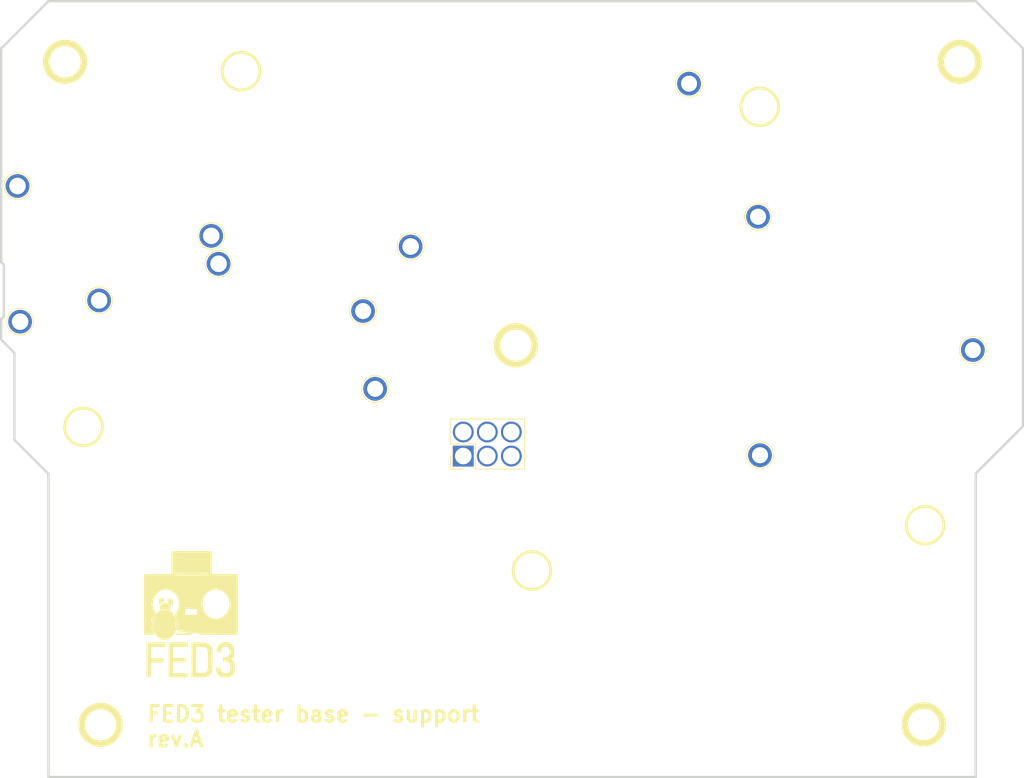
<source format=kicad_pcb>
(kicad_pcb (version 20241229) (generator "pcbnew") (generator_version "9.0")
  (layers (0 "F.Cu" signal) (2 "B.Cu" signal) (13 "F.Paste" user) (15 "B.Paste" user) (5 "F.SilkS" user "F.Silkscreen") (7 "B.SilkS" user "B.Silkscreen") (1 "F.Mask" user) (3 "B.Mask" user) (25 "Edge.Cuts" user))
  (net 0 "")
  (net 1 "/main core/DUT stage/SWCLK")
  (net 2 "/main core/DUT stage/SWDIO")
  (net 3 "/main core/DUT stage/~{RESET}")
  (net 5 "+3V3")
  (net 6 "GND")
  (net 7 "/main core/DUT stage/VBattest")
  (net 8 "/main core/DUT stage/+3V3test")
  (net 9 "/main core/DUT stage/VUSBtest")
  (net 10 "/main core/DUT stage/VccRGB")
  (net 11 "Net-(R49-Pad2)")
  (net 12 "Net-(R50-Pad2)")
  (net 13 "/main core/LED_CHRG")
  (net 14 "/main core/LED_GREEN")
  (net 15 "/main core/RED_LED")
  (footprint "" (layer "F.Cu") (at 151.4011 69.45)
    (property "Reference" "" (at 0 0 0) (layer "F.SilkS") (effects (font (size 1.27 1.27))))
    (property "Value" "")
    (pad "" np_thru_hole circle (at 0 0 180) (size 2.95 2.95) (drill 2.95) (layers "*.Cu" "*.Mask"))
  )
  (footprint "" (layer "F.Cu") (at 177.2 44.2)
    (property "Reference" "" (at 0 0 0) (layer "F.SilkS") (effects (font (size 1.27 1.27))))
    (property "Value" "")
    (pad "" np_thru_hole circle (at 0 0 180) (size 2.95 2.95) (drill 2.95) (layers "*.Cu" "*.Mask"))
  )
  (footprint "FED3_PCBLib:Pin_D1.70mm" (layer "F.Cu") (at 136.5261 74.0464)
    (property "Reference" "TP6" (hide yes))
    (property "Value" "VccRGB" (hide yes))
    (fp_circle (center 0 0) (end 1.415097 0) (stroke (width 0.1)) (fill no) (layer "F.SilkS"))
    (pad "1" thru_hole circle (at 0 0) (size 2.5 2.5) (drill 1.7) (layers "*.Cu" "*.Mask") (net 10 "/main core/DUT stage/VccRGB"))
  )
  (footprint "" (layer "F.Cu") (at 105.7 78.05)
    (property "Reference" "" (at 0 0 0) (layer "F.SilkS") (effects (font (size 1.27 1.27))))
    (property "Value" "")
    (pad "" np_thru_hole circle (at 0 0 180) (size 2.95 2.95) (drill 2.95) (layers "*.Cu" "*.Mask"))
  )
  (footprint "" (layer "F.Cu") (at 194.5 109.55)
    (property "Reference" "" (at 0 0 0) (layer "F.SilkS") (effects (font (size 1.27 1.27))))
    (property "Value" "")
    (pad "" np_thru_hole circle (at 0 0 180) (size 2.95 2.95) (drill 2.95) (layers "*.Cu" "*.Mask"))
  )
  (footprint "" (layer "F.Cu") (at 153.1 93.25)
    (property "Reference" "" (at 0 0 0) (layer "F.SilkS") (effects (font (size 1.27 1.27))))
    (property "Value" "")
    (pad "" np_thru_hole circle (at 0 0 180) (size 2.95 2.95) (drill 2.95) (layers "*.Cu" "*.Mask"))
  )
  (footprint "FED3_PCBLib:Pin_D1.75mm" (layer "F.Cu") (at 119.2011 57.8714 90)
    (property "Reference" "TP3" (hide yes))
    (property "Value" "+3V3test" (hide yes))
    (fp_circle (center 0 0) (end 1.415097 0) (stroke (width 0.1)) (fill no) (layer "F.SilkS"))
    (pad "1" thru_hole circle (at 0 0 90) (size 2.5 2.5) (drill 1.75) (layers "*.Cu" "*.Mask") (net 8 "/main core/DUT stage/+3V3test"))
  )
  (footprint "FED3_PCBLib:Pin_D1.75mm" (layer "F.Cu") (at 119.9761 60.8214)
    (property "Reference" "TP11" (hide yes))
    (property "Value" "GND" (hide yes))
    (fp_circle (center 0 0) (end 1.415097 0) (stroke (width 0.1)) (fill no) (layer "F.SilkS"))
    (pad "1" thru_hole circle (at 0 0) (size 2.5 2.5) (drill 1.75) (layers "*.Cu" "*.Mask") (net 11 "Net-(R49-Pad2)"))
  )
  (footprint "" (layer "F.Cu") (at 194.65 88.45 90)
    (property "Reference" "" (at 0 0 90) (layer "F.SilkS") (effects (font (size 1.27 1.27))))
    (property "Value" "")
    (pad "" np_thru_hole circle (at 0 0 270) (size 2.95 2.95) (drill 2.95) (layers "*.Cu" "*.Mask"))
  )
  (footprint "FED3_PCBLib:Pin_D1.70mm" (layer "F.Cu") (at 135.2511 65.8214 -90)
    (property "Reference" "TP12" (hide yes))
    (property "Value" "GND" (hide yes))
    (fp_circle (center 0 0) (end 1.415097 0) (stroke (width 0.1)) (fill no) (layer "F.SilkS"))
    (pad "1" thru_hole circle (at 0 0 270) (size 2.5 2.5) (drill 1.7) (layers "*.Cu" "*.Mask") (net 14 "/main core/LED_GREEN"))
  )
  (footprint "" (layer "F.Cu") (at 122.35 40.45)
    (property "Reference" "" (at 0 0 0) (layer "F.SilkS") (effects (font (size 1.27 1.27))))
    (property "Value" "")
    (pad "" np_thru_hole circle (at 0 0 180) (size 2.95 2.95) (drill 2.95) (layers "*.Cu" "*.Mask"))
  )
  (footprint "FED3_PCBLib:Pin_D1.70mm" (layer "F.Cu") (at 199.7011 69.9464 90)
    (property "Reference" "TP7" (hide yes))
    (property "Value" "GND" (hide yes))
    (fp_circle (center 0 0) (end 1.415097 0) (stroke (width 0.1)) (fill no) (layer "F.SilkS"))
    (pad "1" thru_hole circle (at 0 0 90) (size 2.5 2.5) (drill 1.7) (layers "*.Cu" "*.Mask") (net 6 "GND"))
  )
  (footprint "FED3_PCBLib:Pin_D1.75mm" (layer "F.Cu") (at 98.7261 52.5964)
    (property "Reference" "TP10" (hide yes))
    (property "Value" "GND" (hide yes))
    (fp_circle (center 0 0) (end 1.415097 0) (stroke (width 0.1)) (fill no) (layer "F.SilkS"))
    (pad "1" thru_hole circle (at 0 0) (size 2.5 2.5) (drill 1.75) (layers "*.Cu" "*.Mask") (net 13 "/main core/LED_CHRG"))
  )
  (footprint "FED3_PCBLib:Pin_D1.70mm" (layer "F.Cu") (at 177.0011 55.8464)
    (property "Reference" "TP8" (hide yes))
    (property "Value" "GND" (hide yes))
    (fp_circle (center 0 0) (end 1.415097 0) (stroke (width 0.1)) (fill no) (layer "F.SilkS"))
    (pad "1" thru_hole circle (at 0 0) (size 2.5 2.5) (drill 1.7) (layers "*.Cu" "*.Mask") (net 6 "GND"))
  )
  (footprint "FED3_PCBLib:Pin_D1.75mm" (layer "F.Cu") (at 99.0011 66.9464)
    (property "Reference" "TP9" (hide yes))
    (property "Value" "GND" (hide yes))
    (fp_circle (center 0 0) (end 1.415097 0) (stroke (width 0.1)) (fill no) (layer "F.SilkS"))
    (pad "1" thru_hole circle (at 0 0) (size 2.5 2.5) (drill 1.75) (layers "*.Cu" "*.Mask") (net 12 "Net-(R50-Pad2)"))
  )
  (footprint "" (layer "F.Cu") (at 198.3 39.45)
    (property "Reference" "" (at 0 0 0) (layer "F.SilkS") (effects (font (size 1.27 1.27))))
    (property "Value" "")
    (pad "" np_thru_hole circle (at 0 0 180) (size 2.95 2.95) (drill 2.95) (layers "*.Cu" "*.Mask"))
  )
  (footprint "" (layer "F.Cu") (at 107.5 109.6)
    (property "Reference" "" (at 0 0 0) (layer "F.SilkS") (effects (font (size 1.27 1.27))))
    (property "Value" "")
    (pad "" np_thru_hole circle (at 0 0 180) (size 2.95 2.95) (drill 2.95) (layers "*.Cu" "*.Mask"))
  )
  (footprint "FED3_PCBLib:Pin_D1.75mm" (layer "F.Cu") (at 107.3511 64.6964 90)
    (property "Reference" "TP4" (hide yes))
    (property "Value" "VUSBtest" (hide yes))
    (fp_circle (center 0 0) (end 1.415097 0) (stroke (width 0.1)) (fill no) (layer "F.SilkS"))
    (pad "1" thru_hole circle (at 0 0 90) (size 2.5 2.5) (drill 1.75) (layers "*.Cu" "*.Mask") (net 9 "/main core/DUT stage/VUSBtest"))
  )
  (footprint "FED3_PCBLib:Pin_D1.70mm" (layer "F.Cu") (at 177.2011 81.0714)
    (property "Reference" "TP2" (hide yes))
    (property "Value" "VBattest" (hide yes))
    (fp_circle (center 0 0) (end 1.415097 0) (stroke (width 0.1)) (fill no) (layer "F.SilkS"))
    (pad "1" thru_hole circle (at 0 0) (size 2.5 2.5) (drill 1.7) (layers "*.Cu" "*.Mask") (net 7 "/main core/DUT stage/VBattest"))
  )
  (footprint "FED3_PCBLib:PinHeader_2x03_to Probes" (layer "F.Cu") (at 145.83905 81.156143 90)
    (property "Reference" "J2" (hide yes))
    (property "Value" "6pin_hd" (hide yes))
    (fp_line (start 3.92 -1.38) (end 3.92 6.46) (stroke (width 0.1)) (layer "F.SilkS"))
    (fp_line (start 1.27 -1.38) (end 3.92 -1.38) (stroke (width 0.1)) (layer "F.SilkS"))
    (fp_line (start -1.38 -1.38) (end 0 -1.38) (stroke (width 0.1)) (layer "F.SilkS"))
    (fp_line (start -1.38 0) (end -1.38 -1.38) (stroke (width 0.1)) (layer "F.SilkS"))
    (fp_line (start 1.27 1.27) (end 1.27 -1.38) (stroke (width 0.1)) (layer "F.SilkS"))
    (fp_line (start -1.38 1.27) (end 1.27 1.27) (stroke (width 0.1)) (layer "F.SilkS"))
    (fp_line (start -1.38 1.27) (end -1.38 6.46) (stroke (width 0.1)) (layer "F.SilkS"))
    (fp_line (start -1.38 6.46) (end 3.92 6.46) (stroke (width 0.1)) (layer "F.SilkS"))
    (pad "1" thru_hole rect (at 0 0 90) (size 2.2 2.2) (drill 1.75) (layers "*.Cu" "*.Mask") (net 6 "GND"))
    (pad "2" thru_hole circle (at 2.54 0 90) (size 2.2 2.2) (drill 1.75) (layers "*.Cu" "*.Mask") (net 3 "/main core/DUT stage/~{RESET}"))
    (pad "3" thru_hole circle (at 0 2.54 90) (size 2.2 2.2) (drill 1.75) (layers "*.Cu" "*.Mask") (net 2 "/main core/DUT stage/SWDIO"))
    (pad "4" thru_hole circle (at 2.54 2.54 90) (size 2.2 2.2) (drill 1.75) (layers "*.Cu" "*.Mask"))
    (pad "5" thru_hole circle (at 0 5.08 90) (size 2.2 2.2) (drill 1.75) (layers "*.Cu" "*.Mask") (net 1 "/main core/DUT stage/SWCLK"))
    (pad "6" thru_hole circle (at 2.54 5.08 90) (size 2.2 2.2) (drill 1.75) (layers "*.Cu" "*.Mask") (net 5 "+3V3"))
  )
  (footprint "" (layer "F.Cu") (at 181 69.05)
    (property "Reference" "@HOLE6" (hide yes))
    (property "Value" "" (hide yes))
    (pad "" np_thru_hole circle (at 0 0) (size 6.05 6.05) (drill 6.05) (layers "*.Cu" "*.Mask"))
  )
  (footprint "FED3_PCBLib:Pin_D1.70mm" (layer "F.Cu") (at 169.7011 41.7714)
    (property "Reference" "TP5" (hide yes))
    (property "Value" "GND" (hide yes))
    (fp_circle (center 0 0) (end 1.415097 0) (stroke (width 0.1)) (fill no) (layer "F.SilkS"))
    (pad "1" thru_hole circle (at 0 0) (size 2.5 2.5) (drill 1.7) (layers "*.Cu" "*.Mask") (net 6 "GND"))
  )
  (footprint "" (layer "F.Cu") (at 103.75 39.45)
    (property "Reference" "" (at 0 0 0) (layer "F.SilkS") (effects (font (size 1.27 1.27))))
    (property "Value" "")
    (pad "" np_thru_hole circle (at 0 0 180) (size 2.95 2.95) (drill 2.95) (layers "*.Cu" "*.Mask"))
  )
  (footprint "FED3_PCBLib:Pin_D1.75mm" (layer "F.Cu") (at 140.2761 58.9964)
    (property "Reference" "TP13" (hide yes))
    (property "Value" "GND" (hide yes))
    (fp_circle (center 0 0) (end 1.415097 0) (stroke (width 0.1)) (fill no) (layer "F.SilkS"))
    (pad "1" thru_hole circle (at 0 0) (size 2.5 2.5) (drill 1.75) (layers "*.Cu" "*.Mask") (net 15 "/main core/RED_LED"))
  )
  (footprint "FED3_PCBLib:FED_logo" (layer "F.Cu") (at 116.891843 97.93804)
    (property "Reference" "G***" (hide yes))
    (property "Value" "LOGO" (hide yes))
    (fp_poly (pts (xy 0.347946 -0.585181) (xy 0.33213 -0.569365) (xy 0.316314 -0.585181) (xy 0.33213 -0.600996)) (stroke (width 0.1)) (fill yes) (layer "F.SilkS"))
    (fp_poly (pts (xy 2.024409 -5.361519) (xy 2.024409 -4.365131) (xy 0.237236 -4.365131) (xy -1.549937 -4.365131) (xy -1.549937 -5.361519) (xy -1.549937 -6.357908) (xy 0.237236 -6.357908) (xy 2.024409 -6.357908)) (stroke (width 0.1)) (fill yes) (layer "F.SilkS"))
    (fp_poly (pts (xy -2.835986 -1.749593) (xy -2.757365 -1.683477) (xy -2.722442 -1.571775) (xy -2.720299 -1.526414) (xy -2.726046 -1.436381) (xy -2.750974 -1.386027) (xy -2.806606 -1.352233) (xy -2.807285 -1.351932) (xy -2.907603 -1.296326) (xy -2.96497 -1.231225) (xy -2.982035 -1.194085) (xy -3.025418 -1.148959) (xy -3.087101 -1.14242) (xy -3.137192 -1.175448) (xy -3.143938 -1.188764) (xy -3.160699 -1.279971) (xy -3.161877 -1.404672) (xy -3.149016 -1.535461) (xy -3.123659 -1.644933) (xy -3.117305 -1.661664) (xy -3.078083 -1.735554) (xy -3.028014 -1.766059) (xy -2.95951 -1.771357)) (stroke (width 0.1)) (fill yes) (layer "F.SilkS"))
    (fp_poly (pts (xy -1.903537 -1.628919) (xy -1.827908 -1.576304) (xy -1.785703 -1.479677) (xy -1.771455 -1.331726) (xy -1.771357 -1.314901) (xy -1.783278 -1.170238) (xy -1.816196 -1.060033) (xy -1.865848 -0.99473) (xy -1.907584 -0.981309) (xy -1.945184 -1.003887) (xy -2.010915 -1.063073) (xy -2.092054 -1.147172) (xy -2.111394 -1.168627) (xy -2.190208 -1.263562) (xy -2.248776 -1.346273) (xy -2.276533 -1.401521) (xy -2.277459 -1.408152) (xy -2.259921 -1.468764) (xy -2.217181 -1.545584) (xy -2.212043 -1.552963) (xy -2.154238 -1.61573) (xy -2.083483 -1.641381) (xy -2.018057 -1.644832)) (stroke (width 0.1)) (fill yes) (layer "F.SilkS"))
    (fp_poly (pts (xy -0.680058 1.946999) (xy -0.48591 1.954186) (xy -0.294963 1.965443) (xy -0.117486 1.980296) (xy 0.036249 1.998271) (xy 0.155973 2.018893) (xy 0.231414 2.041687) (xy 0.253051 2.062335) (xy 0.222805 2.069132) (xy 0.137602 2.07524) (xy 0.005748 2.080403) (xy -0.164453 2.084366) (xy -0.364696 2.086872) (xy -0.569365 2.087671) (xy -0.789994 2.08665) (xy -0.98826 2.083775) (xy -1.155859 2.079324) (xy -1.284485 2.07358) (xy -1.365834 2.066821) (xy -1.39178 2.059913) (xy -1.370026 2.019432) (xy -1.339334 1.988742) (xy -1.283242 1.968455) (xy -1.178998 1.954611) (xy -1.036872 1.946737) (xy -0.867135 1.944358)) (stroke (width 0.1)) (fill yes) (layer "F.SilkS"))
    (fp_poly (pts (xy -0.221419 3.163138) (xy -0.221419 3.352926) (xy -0.419115 3.355842) (xy -0.516834 3.356864) (xy -0.662749 3.357854) (xy -0.841793 3.358734) (xy -1.0389 3.359429) (xy -1.190558 3.359784) (xy -1.764305 3.36081) (xy -1.769397 3.989496) (xy -1.774488 4.618182) (xy -1.108664 4.618182) (xy -0.442839 4.618182) (xy -0.442839 4.80797) (xy -0.442839 4.997758) (xy -1.103472 4.997758) (xy -1.764105 4.997758) (xy -1.769321 5.61457) (xy -1.774536 6.231382) (xy -0.997978 6.231382) (xy -0.221419 6.231382) (xy -0.221419 6.405355) (xy -0.221419 6.579327) (xy -1.186176 6.579327) (xy -2.150934 6.579327) (xy -2.150934 4.776339) (xy -2.150934 2.97335) (xy -1.186176 2.97335) (xy -0.221419 2.97335)) (stroke (width 0.1)) (fill yes) (layer "F.SilkS"))
    (fp_poly (pts (xy -2.593763 3.171046) (xy -2.593753 3.368742) (xy -3.349436 3.362393) (xy -4.105119 3.356044) (xy -4.110141 4.002928) (xy -4.115164 4.649813) (xy -3.433547 4.649813) (xy -2.75193 4.649813) (xy -2.75193 4.839601) (xy -2.75193 5.02939) (xy -3.42849 5.02939) (xy -3.663232 5.030236) (xy -3.840875 5.033015) (xy -3.967565 5.038087) (xy -4.049445 5.045812) (xy -4.09266 5.056549) (xy -4.103582 5.068929) (xy -4.103371 5.110704) (xy -4.103579 5.206317) (xy -4.104164 5.346346) (xy -4.105083 5.521367) (xy -4.106294 5.721958) (xy -4.107096 5.843898) (xy -4.112079 6.579327) (xy -4.301868 6.579327) (xy -4.491656 6.579327) (xy -4.491656 4.776339) (xy -4.491656 2.97335) (xy -3.542714 2.97335) (xy -2.593773 2.97335)) (stroke (width 0.1)) (fill yes) (layer "F.SilkS"))
    (fp_poly (pts (xy -2.408954 -1.195058) (xy -2.303806 -1.175765) (xy -2.252554 -1.142637) (xy -2.245828 -1.119225) (xy -2.220479 -1.080367) (xy -2.199024 -1.075467) (xy -2.150397 -1.047001) (xy -2.101067 -0.973149) (xy -2.058707 -0.871231) (xy -2.03099 -0.758568) (xy -2.024408 -0.681335) (xy -2.035343 -0.581949) (xy -2.071366 -0.538942) (xy -2.137305 -0.550089) (xy -2.212324 -0.594748) (xy -2.26846 -0.622102) (xy -2.350229 -0.638844) (xy -2.471348 -0.646914) (xy -2.591901 -0.648443) (xy -2.734397 -0.645636) (xy -2.861849 -0.638118) (xy -2.954787 -0.627249) (xy -2.981257 -0.621291) (xy -3.038607 -0.607711) (xy -3.06284 -0.62567) (xy -3.068188 -0.689567) (xy -3.068244 -0.709293) (xy -3.056241 -0.818978) (xy -3.025266 -0.923054) (xy -2.982867 -1.003574) (xy -2.936596 -1.042592) (xy -2.927517 -1.043836) (xy -2.88454 -1.06789) (xy -2.878455 -1.09017) (xy -2.848735 -1.147535) (xy -2.761218 -1.184749) (xy -2.618367 -1.200916) (xy -2.572129 -1.201561)) (stroke (width 0.1)) (fill yes) (layer "F.SilkS"))
    (fp_poly (pts (xy -2.39784 -0.502661) (xy -2.317556 -0.489495) (xy -2.24117 -0.462886) (xy -2.158779 -0.424579) (xy -1.930159 -0.277941) (xy -1.736856 -0.078873) (xy -1.578961 0.172508) (xy -1.456568 0.476082) (xy -1.454026 0.484139) (xy -1.415464 0.65945) (xy -1.393759 0.871461) (xy -1.388878 1.099046) (xy -1.400784 1.321079) (xy -1.429445 1.516434) (xy -1.455877 1.615675) (xy -1.510409 1.75973) (xy -1.572015 1.894401) (xy -1.633878 2.007339) (xy -1.68918 2.086197) (xy -1.731105 2.118628) (xy -1.733685 2.118847) (xy -1.760979 2.135333) (xy -1.757463 2.147825) (xy -1.766136 2.189143) (xy -1.817401 2.253001) (xy -1.899733 2.329171) (xy -2.001609 2.407424) (xy -2.111508 2.477529) (xy -2.1555 2.501184) (xy -2.255527 2.547767) (xy -2.343081 2.575501) (xy -2.441346 2.588996) (xy -2.573503 2.592861) (xy -2.616595 2.592856) (xy -2.757128 2.590326) (xy -2.85847 2.580057) (xy -2.94466 2.556363) (xy -3.039734 2.51356) (xy -3.11246 2.475585) (xy -3.218118 2.413615) (xy -3.299702 2.355218) (xy -3.342246 2.311358) (xy -3.344712 2.305454) (xy -3.383969 2.251086) (xy -3.411206 2.237295) (xy -3.461377 2.198621) (xy -3.525691 2.113612) (xy -3.59665 1.995382) (xy -3.666755 1.857041) (xy -3.728508 1.711703) (xy -3.755822 1.634681) (xy -3.791482 1.509084) (xy -3.813486 1.384052) (xy -3.824548 1.237916) (xy -3.827397 1.063318) (xy -3.804077 0.71179) (xy -3.734993 0.396883) (xy -3.621456 0.121357) (xy -3.464779 -0.112032) (xy -3.266272 -0.300526) (xy -3.138478 -0.384786) (xy -3.046321 -0.434292) (xy -2.965665 -0.466078) (xy -2.876229 -0.484958) (xy -2.757731 -0.495746) (xy -2.649066 -0.500963) (xy -2.501762 -0.505458)) (stroke (width 0.1)) (fill yes) (layer "F.SilkS"))
    (fp_poly (pts (xy 0.988481 2.981449) (xy 1.229814 2.987782) (xy 1.417859 2.994843) (xy 1.562589 3.003527) (xy 1.67398 3.014728) (xy 1.762005 3.02934) (xy 1.836639 3.048257) (xy 1.876235 3.061042) (xy 2.042094 3.134394) (xy 2.162473 3.222292) (xy 2.228851 3.318366) (xy 2.231746 3.326757) (xy 2.261025 3.365513) (xy 2.284625 3.364314) (xy 2.303989 3.363106) (xy 2.297647 3.377485) (xy 2.296174 3.420428) (xy 2.305721 3.429922) (xy 2.333743 3.469041) (xy 2.35663 3.5506) (xy 2.374576 3.677742) (xy 2.387776 3.853609) (xy 2.396425 4.081342) (xy 2.400718 4.364084) (xy 2.40085 4.704977) (xy 2.399056 4.934496) (xy 2.395695 5.240316) (xy 2.391682 5.489998) (xy 2.385758 5.690661) (xy 2.376663 5.849428) (xy 2.363138 5.973417) (xy 2.343925 6.069751) (xy 2.317763 6.14555) (xy 2.283394 6.207936) (xy 2.239558 6.264028) (xy 2.184997 6.320948) (xy 2.14739 6.357681) (xy 2.072525 6.423284) (xy 1.99307 6.474797) (xy 1.90048 6.513851) (xy 1.786209 6.542076) (xy 1.641713 6.561103) (xy 1.458446 6.572563) (xy 1.227863 6.578084) (xy 0.985701 6.579327) (xy 0.284683 6.579327) (xy 0.284683 6.203684) (xy 0.662511 6.203684) (xy 1.175167 6.197317) (xy 1.687823 6.190949) (xy 1.80589 6.074057) (xy 1.867416 6.007338) (xy 1.916345 5.937117) (xy 1.954084 5.855455) (xy 1.982036 5.754413) (xy 2.001609 5.62605) (xy 2.014206 5.462428) (xy 2.021234 5.255608) (xy 2.024098 4.997649) (xy 2.024409 4.83967) (xy 2.022654 4.527402) (xy 2.016938 4.271743) (xy 2.00658 4.066124) (xy 1.990901 3.903975) (xy 1.969222 3.778728) (xy 1.940862 3.683814) (xy 1.905142 3.612664) (xy 1.896087 3.599351) (xy 1.853637 3.530476) (xy 1.834687 3.480582) (xy 1.834621 3.478866) (xy 1.814722 3.460196) (xy 1.798191 3.466602) (xy 1.751046 3.464837) (xy 1.72702 3.444745) (xy 1.709812 3.425132) (xy 1.68716 3.410395) (xy 1.649783 3.399326) (xy 1.588404 3.390721) (xy 1.493742 3.383372) (xy 1.356517 3.376074) (xy 1.16745 3.36762) (xy 1.116848 3.365437) (xy 0.667943 3.346103) (xy 0.665227 4.774893) (xy 0.662511 6.203684) (xy 0.284683 6.203684) (xy 0.284683 4.772259) (xy 0.284683 2.965191)) (stroke (width 0.1)) (fill yes) (layer "F.SilkS"))
    (fp_poly (pts (xy 4.068031 2.962605) (xy 4.23648 3.006163) (xy 4.287726 3.028835) (xy 4.436458 3.126712) (xy 4.557631 3.247656) (xy 4.636407 3.375865) (xy 4.649876 3.41453) (xy 4.661575 3.488079) (xy 4.671304 3.609054) (xy 4.678149 3.761629) (xy 4.681195 3.929976) (xy 4.681269 3.957481) (xy 4.681445 4.388063) (xy 4.583922 4.51103) (xy 4.511736 4.592416) (xy 4.442148 4.65581) (xy 4.417858 4.672416) (xy 4.37962 4.700839) (xy 4.386428 4.711955) (xy 4.450882 4.738784) (xy 4.5309 4.806066) (xy 4.611803 4.898686) (xy 4.678916 5.00153) (xy 4.691271 5.025908) (xy 4.720068 5.093842) (xy 4.739686 5.164004) (xy 4.751818 5.250395) (xy 4.758157 5.367016) (xy 4.760395 5.527869) (xy 4.760523 5.598755) (xy 4.759571 5.77568) (xy 4.755508 5.903141) (xy 4.746525 5.994923) (xy 4.730812 6.064811) (xy 4.706559 6.126591) (xy 4.685783 6.168119) (xy 4.590067 6.326091) (xy 4.485861 6.440622) (xy 4.360991 6.518431) (xy 4.203287 6.566236) (xy 4.000576 6.590757) (xy 3.911891 6.595266) (xy 3.759671 6.598142) (xy 3.616779 6.595861) (xy 3.504381 6.588978) (xy 3.463637 6.583509) (xy 3.308451 6.5378) (xy 3.175316 6.467806) (xy 3.078085 6.382777) (xy 3.031196 6.294759) (xy 2.998141 6.232337) (xy 2.981605 6.215681) (xy 2.953088 6.165404) (xy 2.924413 6.0712) (xy 2.899711 5.952261) (xy 2.883117 5.827778) (xy 2.878456 5.736778) (xy 2.878456 5.630386) (xy 3.067025 5.630386) (xy 3.255594 5.630386) (xy 3.289525 5.764819) (xy 3.323773 5.880647) (xy 3.36985 5.990679) (xy 3.430304 6.10731) (xy 3.486998 6.154793) (xy 3.588041 6.191205) (xy 3.715014 6.213371) (xy 3.849497 6.218116) (xy 3.973073 6.202266) (xy 3.976425 6.201438) (xy 4.111549 6.155113) (xy 4.207406 6.086018) (xy 4.28534 5.97692) (xy 4.30876 5.933141) (xy 4.339772 5.861499) (xy 4.357263 5.785247) (xy 4.363462 5.685993) (xy 4.3606 5.545343) (xy 4.359366 5.515817) (xy 4.348978 5.358045) (xy 4.332729 5.251716) (xy 4.308401 5.185116) (xy 4.292577 5.163125) (xy 4.251066 5.103818) (xy 4.238606 5.066438) (xy 4.214018 5.031558) (xy 4.201557 5.02939) (xy 4.150954 5.009828) (xy 4.107478 4.977778) (xy 4.033158 4.942282) (xy 3.904729 4.917564) (xy 3.828212 4.910265) (xy 3.605978 4.894364) (xy 3.605978 4.713332) (xy 3.605978 4.5323) (xy 3.795573 4.512483) (xy 3.972482 4.485558) (xy 4.098149 4.443906) (xy 4.183991 4.381509) (xy 4.241425 4.29235) (xy 4.249522 4.273258) (xy 4.291865 4.099816) (xy 4.297538 3.898151) (xy 4.266379 3.691705) (xy 4.253859 3.645582) (xy 4.181313 3.497502) (xy 4.070551 3.394701) (xy 3.930815 3.340628) (xy 3.771347 3.338731) (xy 3.60139 3.392458) (xy 3.590162 3.397976) (xy 3.509369 3.440825) (xy 3.462691 3.470084) (xy 3.458309 3.478463) (xy 3.460607 3.502419) (xy 3.433974 3.560881) (xy 3.421425 3.582254) (xy 3.370926 3.688181) (xy 3.336718 3.801184) (xy 3.336247 3.803674) (xy 3.314255 3.922291) (xy 3.107872 3.922291) (xy 2.901489 3.922291) (xy 2.921777 3.774274) (xy 2.974499 3.522193) (xy 3.058542 3.321829) (xy 3.177726 3.167925) (xy 3.335871 3.055225) (xy 3.490368 2.992026) (xy 3.672294 2.954489) (xy 3.872409 2.945032)) (stroke (width 0.1)) (fill yes) (layer "F.SilkS"))
    (fp_poly (pts (xy 2.309091 -5.456414) (xy 2.309091 -4.238605) (xy 3.685056 -4.238605) (xy 5.061022 -4.238605) (xy 5.061022 -1.075467) (xy 5.061022 2.087671) (xy 3.020797 2.087671) (xy 2.667949 2.087272) (xy 2.334432 2.086122) (xy 2.025519 2.084287) (xy 1.746483 2.081838) (xy 1.502597 2.078841) (xy 1.299135 2.075366) (xy 1.141368 2.071481) (xy 1.034571 2.067254) (xy 0.984016 2.062754) (xy 0.980573 2.061214) (xy 1.008706 2.044996) (xy 1.081994 2.019787) (xy 1.183773 1.990026) (xy 1.297377 1.960156) (xy 1.406143 1.934616) (xy 1.493405 1.917848) (xy 1.534122 1.913699) (xy 1.578915 1.893359) (xy 1.621109 1.858344) (xy 1.688933 1.814639) (xy 1.738613 1.802989) (xy 1.800263 1.777397) (xy 1.83822 1.733) (xy 1.861123 1.686253) (xy 1.84967 1.681854) (xy 1.795221 1.715728) (xy 1.711824 1.751726) (xy 1.569405 1.790333) (xy 1.372107 1.830675) (xy 1.124074 1.87188) (xy 0.908489 1.902656) (xy 0.73877 1.916568) (xy 0.541379 1.918708) (xy 0.333086 1.910305) (xy 0.130663 1.892589) (xy -0.04912 1.86679) (xy -0.189493 1.834137) (xy -0.231749 1.819058) (xy -0.3429 1.786218) (xy -0.457291 1.771424) (xy -0.463693 1.771357) (xy -0.543305 1.768155) (xy -0.667366 1.759489) (xy -0.81744 1.746769) (xy -0.942683 1.734737) (xy -1.303893 1.698117) (xy -1.283434 1.521225) (xy -1.260437 1.311953) (xy -1.246482 1.150304) (xy -1.241522 1.021297) (xy -1.245507 0.909949) (xy -1.25839 0.801279) (xy -1.280123 0.680305) (xy -1.280715 0.677318) (xy -1.313123 0.533736) (xy -1.35065 0.397003) (xy -1.386372 0.291754) (xy -1.394347 0.272945) (xy -1.43986 0.138926) (xy -1.447272 0.066332) (xy -0.510244 0.066332) (xy 0.158058 0.061354) (xy 0.82636 0.056375) (xy 0.819227 -0.300551) (xy 0.812095 -0.657478) (xy 0.158255 -0.662349) (xy -0.495586 -0.667219) (xy -0.502915 -0.300444) (xy -0.510244 0.066332) (xy -1.447272 0.066332) (xy -1.451986 0.02016) (xy -1.430119 -0.068053) (xy -1.408852 -0.093852) (xy -1.369129 -0.145592) (xy -1.314116 -0.241839) (xy -1.251059 -0.367989) (xy -1.187207 -0.509438) (xy -1.129805 -0.65158) (xy -1.122944 -0.670031) (xy -1.097543 -0.755196) (xy -1.082923 -0.851634) (xy -1.077759 -0.975677) (xy -1.080726 -1.143659) (xy -1.081882 -1.176133) (xy -1.084066 -1.219673) (xy 1.340424 -1.219673) (xy 1.345403 -0.940704) (xy 1.354426 -0.876975) (xy 1.403526 -0.664133) (xy 1.474687 -0.460145) (xy 1.560632 -0.282259) (xy 1.654085 -0.147726) (xy 1.668671 -0.13197) (xy 1.725958 -0.063818) (xy 1.754154 -0.011579) (xy 1.75379 0.002834) (xy 1.761133 0.029294) (xy 1.777399 0.032631) (xy 1.829951 0.054048) (xy 1.897442 0.103906) (xy 1.958412 0.16336) (xy 1.991403 0.213565) (xy 1.992777 0.221769) (xy 2.009597 0.244136) (xy 2.018736 0.240741) (xy 2.059668 0.245553) (xy 2.129798 0.277247) (xy 2.153169 0.290769) (xy 2.223751 0.324279) (xy 2.335702 0.367597) (xy 2.469303 0.414079) (xy 2.604839 0.457076) (xy 2.722592 0.489943) (xy 2.783784 0.503347) (xy 2.819364 0.496692) (xy 2.901418 0.476556) (xy 3.015511 0.446561) (xy 3.081814 0.428518) (xy 3.208048 0.396168) (xy 3.311237 0.374159) (xy 3.376352 0.365485) (xy 3.389997 0.367122) (xy 3.414829 0.360158) (xy 3.41619 0.350624) (xy 3.441048 0.315279) (xy 3.49877 0.276171) (xy 3.564072 0.246701) (xy 3.611674 0.240269) (xy 3.617783 0.243769) (xy 3.635893 0.23905) (xy 3.637609 0.225174) (xy 3.661256 0.177752) (xy 3.717906 0.117263) (xy 3.786125 0.062871) (xy 3.844477 0.033738) (xy 3.852988 0.032631) (xy 3.880087 0.015349) (xy 3.876421 0.00255) (xy 3.881897 -0.039462) (xy 3.910735 -0.078819) (xy 4.020379 -0.219082) (xy 4.121108 -0.403965) (xy 4.205862 -0.614853) (xy 4.267582 -0.833129) (xy 4.299208 -1.040177) (xy 4.301868 -1.11019) (xy 4.291964 -1.225033) (xy 4.264994 -1.368198) (xy 4.225078 -1.527189) (xy 4.176333 -1.689507) (xy 4.122876 -1.842658) (xy 4.068826 -1.974144) (xy 4.018299 -2.071468) (xy 3.975415 -2.122134) (xy 3.96721 -2.125835) (xy 3.929917 -2.15271) (xy 3.865509 -2.214021) (xy 3.790883 -2.293275) (xy 3.711904 -2.375522) (xy 3.644015 -2.436362) (xy 3.603623 -2.461831) (xy 3.541355 -2.490477) (xy 3.511084 -2.51211) (xy 3.457645 -2.544518) (xy 3.366312 -2.588751) (xy 3.273848 -2.628236) (xy 3.086761 -2.681418) (xy 2.87756 -2.704784) (xy 2.662121 -2.699851) (xy 2.456321 -2.668132) (xy 2.276036 -2.611143) (xy 2.137141 -2.530399) (xy 2.123179 -2.518439) (xy 2.060505 -2.475605) (xy 2.026043 -2.461831) (xy 1.975684 -2.432266) (xy 1.912768 -2.373595) (xy 1.904613 -2.364446) (xy 1.845069 -2.30676) (xy 1.797104 -2.278143) (xy 1.791862 -2.27746) (xy 1.748453 -2.252645) (xy 1.723504 -2.218599) (xy 1.687576 -2.157573) (xy 1.632527 -2.070763) (xy 1.604724 -2.028538) (xy 1.474273 -1.782859) (xy 1.384777 -1.506814) (xy 1.340424 -1.219673) (xy -1.084066 -1.219673) (xy -1.090409 -1.346123) (xy -1.105043 -1.477513) (xy -1.131357 -1.591086) (xy -1.174928 -1.707619) (xy -1.241332 -1.847892) (xy -1.285337 -1.934395) (xy -1.317043 -2.012341) (xy -1.328518 -2.068828) (xy -1.352537 -2.112677) (xy -1.375965 -2.119303) (xy -1.420729 -2.144794) (xy -1.427949 -2.216734) (xy -1.427158 -2.222105) (xy -1.449036 -2.243271) (xy -1.469287 -2.245828) (xy -1.525397 -2.269993) (xy -1.540458 -2.287753) (xy -1.59084 -2.334717) (xy -1.621108 -2.350023) (xy -1.667967 -2.390855) (xy -1.676463 -2.420675) (xy -1.692635 -2.453634) (xy -1.712893 -2.448466) (xy -1.759041 -2.450927) (xy -1.784064 -2.472991) (xy -1.832457 -2.507103) (xy -1.92626 -2.550725) (xy -2.049421 -2.598394) (xy -2.185884 -2.644645) (xy -2.319595 -2.684014) (xy -2.434501 -2.711037) (xy -2.510685 -2.720299) (xy -2.606816 -2.708292) (xy -2.72474 -2.677765) (xy -2.783561 -2.657036) (xy -2.885835 -2.621088) (xy -2.972319 -2.598169) (xy -3.006152 -2.593773) (xy -3.079883 -2.573628) (xy -3.123599 -2.545783) (xy -3.260846 -2.430386) (xy -3.356236 -2.358706) (xy -3.412046 -2.329131) (xy -3.427453 -2.330898) (xy -3.444568 -2.323784) (xy -3.44782 -2.298547) (xy -3.471835 -2.253345) (xy -3.497134 -2.245828) (xy -3.530719 -2.231689) (xy -3.528554 -2.216875) (xy -3.535113 -2.176146) (xy -3.574119 -2.112502) (xy -3.5855 -2.098257) (xy -3.679249 -1.965155) (xy -3.75955 -1.802888) (xy -3.830804 -1.600608) (xy -3.89741 -1.347472) (xy -3.906859 -1.306274) (xy -3.929558 -1.201057) (xy -3.940708 -1.121112) (xy -3.939125 -1.047053) (xy -3.923625 -0.959495) (xy -3.893024 -0.839051) (xy -3.874033 -0.769038) (xy -3.829414 -0.620427) (xy -3.780015 -0.479774) (xy -3.733631 -0.368423) (xy -3.713678 -0.329848) (xy -3.656841 -0.215523) (xy -3.642673 -0.12425) (xy -3.670781 -0.032736) (xy -3.707555 0.031631) (xy -3.766054 0.135684) (xy -3.81624 0.242605) (xy -3.82042 0.253051) (xy -3.879285 0.408998) (xy -3.91949 0.534142) (xy -3.944636 0.6485) (xy -3.958321 0.772088) (xy -3.964145 0.924923) (xy -3.96547 1.059651) (xy -3.965587 1.229878) (xy -3.962147 1.354432) (xy -3.952247 1.4509) (xy -3.932983 1.536868) (xy -3.901452 1.629922) (xy -3.854751 1.747649) (xy -3.849946 1.759463) (xy -3.800005 1.884079) (xy -3.76062 1.985953) (xy -3.736979 2.051463) (xy -3.732503 2.067869) (xy -3.762369 2.074555) (xy -3.844908 2.080277) (xy -3.969535 2.08462) (xy -4.125663 2.087171) (xy -4.238605 2.087671) (xy -4.744707 2.087671) (xy -4.744707 -1.075467) (xy -4.744707 -4.205594) (xy -1.646937 -4.205594) (xy 0.237229 -4.207718) (xy 2.121396 -4.209842) (xy 2.118105 -5.329892) (xy 2.114814 -6.449941) (xy 0.237242 -6.452058) (xy -1.64033 -6.454175) (xy -1.643633 -5.329884) (xy -1.646937 -4.205594) (xy -4.744707 -4.205594) (xy -4.744707 -4.238605) (xy -3.329203 -4.243588) (xy -3.035054 -4.244589) (xy -2.759842 -4.245458) (xy -2.510135 -4.246179) (xy -2.2925 -4.246737) (xy -2.113507 -4.247115) (xy -1.979724 -4.247299) (xy -1.897719 -4.247271) (xy -1.874159 -4.247103) (xy -1.863663 -4.259612) (xy -1.855069 -4.301209) (xy -1.848218 -4.376723) (xy -1.842955 -4.490977) (xy -1.839121 -4.648799) (xy -1.836559 -4.855015) (xy -1.835112 -5.114452) (xy -1.834622 -5.431934) (xy -1.83462 -5.459928) (xy -1.83462 -6.674222) (xy 0.237236 -6.674222) (xy 2.309091 -6.674222)) (stroke (width 0.1)) (fill yes) (layer "F.SilkS"))
  )
  (footprint "" (layer "B.Cu") (at 107.0011 52.05 180)
    (property "Reference" "" (at 0 0 0) (layer "B.SilkS") (effects (font (size 1.27 1.27)) (justify mirror)))
    (property "Value" "")
    (pad "" np_thru_hole circle (at 0 0 180) (size 6.05 6.05) (drill 6.05) (layers "*.Cu" "*.Mask"))
  )
  (footprint "" (layer "B.Cu") (at 184.5 43.05 180)
    (property "Reference" "@HOLE0" (hide yes))
    (property "Value" "" (hide yes))
    (pad "" np_thru_hole circle (at 0 0 180) (size 6.05 6.05) (drill 6.05) (layers "*.Cu" "*.Mask"))
  )
  (gr_circle (center 194.65 88.475) (end 194.325 86.510655) (stroke (width 0.3)) (fill no) (layer "F.SilkS"))
  (gr_circle (center 153.1 93.266049) (end 152.775 91.301704) (stroke (width 0.3)) (fill no) (layer "F.SilkS"))
  (gr_circle (center 107.0011 52.0464) (end 109.6511 52.0164) (stroke (width 0.1)) (fill no) (layer "F.SilkS"))
  (gr_circle (center 105.7 78.075) (end 105.375 76.110655) (stroke (width 0.3)) (fill no) (layer "F.SilkS"))
  (gr_circle (center 107.5 109.583951) (end 107.175 107.619606) (stroke (width 0.7)) (fill no) (layer "F.SilkS"))
  (gr_circle (center 181.0011 69.0464) (end 183.6511 69.0564) (stroke (width 0.1)) (fill no) (layer "F.SilkS"))
  (gr_circle (center 103.75 39.466049) (end 103.425 37.501704) (stroke (width 0.7)) (fill no) (layer "F.SilkS"))
  (gr_circle (center 151.4 69.439345) (end 151.075 67.475) (stroke (width 0.7)) (fill no) (layer "F.SilkS"))
  (gr_circle (center 194.5 109.541049) (end 194.175 107.576704) (stroke (width 0.7)) (fill no) (layer "F.SilkS"))
  (gr_circle (center 198.3 39.466049) (end 197.975 37.501704) (stroke (width 0.7)) (fill no) (layer "F.SilkS"))
  (gr_circle (center 122.35 40.45) (end 122.025 38.485655) (stroke (width 0.3)) (fill no) (layer "F.SilkS"))
  (gr_circle (center 177.175 44.225) (end 176.85 42.260655) (stroke (width 0.3)) (fill no) (layer "F.SilkS"))
  (gr_line (start 98.4 79.45) (end 98.4 70.25) (stroke (width 0.25)) (layer "Edge.Cuts"))
  (gr_line (start 200 33.05) (end 205 38.05) (stroke (width 0.25)) (layer "Edge.Cuts"))
  (gr_line (start 97.28 60.93) (end 97 60.65) (stroke (width 0.25)) (layer "Edge.Cuts"))
  (gr_line (start 97 38.05) (end 102 33.05) (stroke (width 0.25)) (layer "Edge.Cuts"))
  (gr_line (start 97.28 66.37) (end 97.28 60.93) (stroke (width 0.25)) (layer "Edge.Cuts"))
  (gr_line (start 97 60.65) (end 97 38.05) (stroke (width 0.25)) (layer "Edge.Cuts"))
  (gr_line (start 138 33.05) (end 164 33.05) (stroke (width 0.25)) (layer "Edge.Cuts"))
  (gr_line (start 97 66.65) (end 97.28 66.37) (stroke (width 0.25)) (layer "Edge.Cuts"))
  (gr_line (start 200 83) (end 200 115.1) (stroke (width 0.25)) (layer "Edge.Cuts"))
  (gr_line (start 205 78) (end 200 83) (stroke (width 0.25)) (layer "Edge.Cuts"))
  (gr_line (start 102 83.05) (end 98.4 79.45) (stroke (width 0.25)) (layer "Edge.Cuts"))
  (gr_line (start 102 33.05) (end 138 33.05) (stroke (width 0.25)) (layer "Edge.Cuts"))
  (gr_line (start 97 68.85) (end 97 66.65) (stroke (width 0.25)) (layer "Edge.Cuts"))
  (gr_line (start 205 38.05) (end 205 78) (stroke (width 0.25)) (layer "Edge.Cuts"))
  (gr_line (start 200 115.1) (end 102 115.1) (stroke (width 0.25)) (layer "Edge.Cuts"))
  (gr_line (start 102 83.05) (end 102 115.1) (stroke (width 0.25)) (layer "Edge.Cuts"))
  (gr_line (start 98.4 70.25) (end 97 68.85) (stroke (width 0.25)) (layer "Edge.Cuts"))
  (gr_line (start 164 33.05) (end 200 33.05) (stroke (width 0.25)) (layer "Edge.Cuts"))
  (gr_text "FED3 tester base - support\nrev.A" (at 112.25 112.05 0) (layer "F.SilkS") (effects (font (size 1.64084 1.64084) (thickness 0.328168) (bold yes)) (justify left bottom)))
)
</source>
